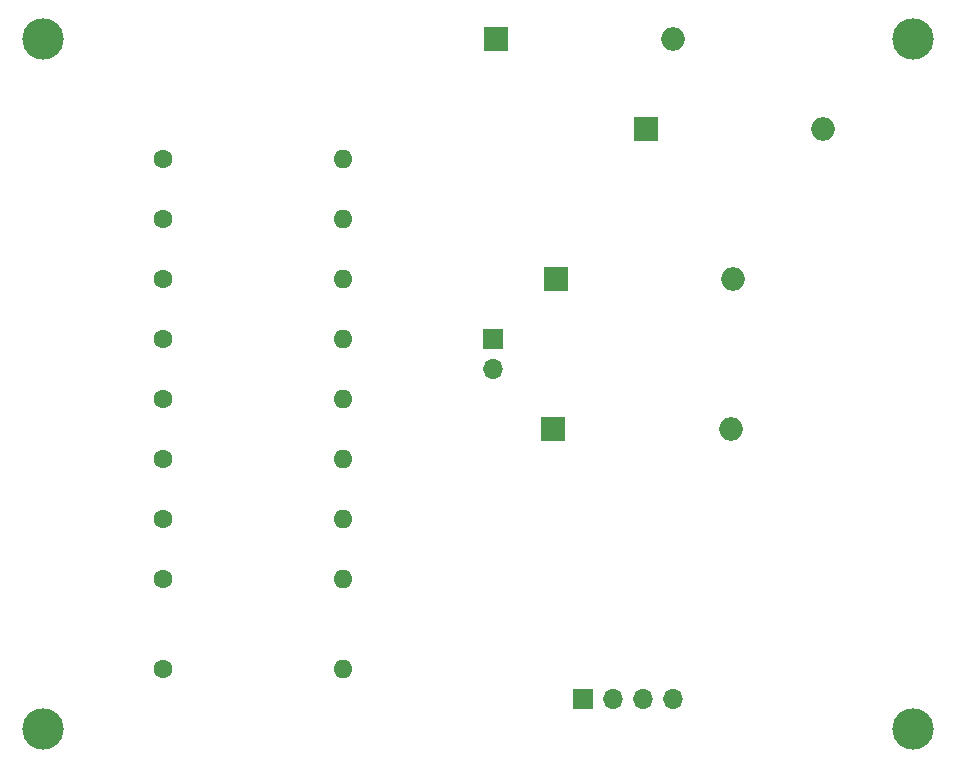
<source format=gbr>
%TF.GenerationSoftware,KiCad,Pcbnew,7.0.6*%
%TF.CreationDate,2023-07-25T19:52:03+05:30*%
%TF.ProjectId,class1_assignment,636c6173-7331-45f6-9173-7369676e6d65,rev?*%
%TF.SameCoordinates,Original*%
%TF.FileFunction,Soldermask,Bot*%
%TF.FilePolarity,Negative*%
%FSLAX46Y46*%
G04 Gerber Fmt 4.6, Leading zero omitted, Abs format (unit mm)*
G04 Created by KiCad (PCBNEW 7.0.6) date 2023-07-25 19:52:03*
%MOMM*%
%LPD*%
G01*
G04 APERTURE LIST*
%ADD10R,1.700000X1.700000*%
%ADD11O,1.700000X1.700000*%
%ADD12C,1.600000*%
%ADD13O,1.600000X1.600000*%
%ADD14C,3.500000*%
%ADD15R,2.000000X2.000000*%
%ADD16O,2.000000X2.000000*%
G04 APERTURE END LIST*
D10*
%TO.C,J2*%
X147320000Y-99060000D03*
D11*
X147320000Y-101600000D03*
%TD*%
D12*
%TO.C,R9*%
X119380000Y-127000000D03*
D13*
X134620000Y-127000000D03*
%TD*%
D12*
%TO.C,R8*%
X119380000Y-119380000D03*
D13*
X134620000Y-119380000D03*
%TD*%
D12*
%TO.C,R6*%
X119380000Y-109220000D03*
D13*
X134620000Y-109220000D03*
%TD*%
D12*
%TO.C,R4*%
X119380000Y-99060000D03*
D13*
X134620000Y-99060000D03*
%TD*%
D14*
%TO.C,H3*%
X109220000Y-132080000D03*
%TD*%
D12*
%TO.C,R3*%
X119380000Y-93980000D03*
D13*
X134620000Y-93980000D03*
%TD*%
D12*
%TO.C,R5*%
X119380000Y-104140000D03*
D13*
X134620000Y-104140000D03*
%TD*%
D12*
%TO.C,R7*%
X119380000Y-114300000D03*
D13*
X134620000Y-114300000D03*
%TD*%
D14*
%TO.C,H1*%
X109220000Y-73660000D03*
%TD*%
D12*
%TO.C,R2*%
X119380000Y-88900000D03*
D13*
X134620000Y-88900000D03*
%TD*%
D15*
%TO.C,C4*%
X152400000Y-106680000D03*
D16*
X167400000Y-106680000D03*
%TD*%
D15*
%TO.C,C1*%
X147560000Y-73660000D03*
D16*
X162560000Y-73660000D03*
%TD*%
D15*
%TO.C,C3*%
X152640000Y-93980000D03*
D16*
X167640000Y-93980000D03*
%TD*%
D15*
%TO.C,C2*%
X160260000Y-81280000D03*
D16*
X175260000Y-81280000D03*
%TD*%
D10*
%TO.C,J1*%
X154940000Y-129540000D03*
D11*
X157480000Y-129540000D03*
X160020000Y-129540000D03*
X162560000Y-129540000D03*
%TD*%
D12*
%TO.C,R1*%
X119380000Y-83820000D03*
D13*
X134620000Y-83820000D03*
%TD*%
D14*
%TO.C,H4*%
X182880000Y-132080000D03*
%TD*%
%TO.C,H2*%
X182880000Y-73660000D03*
%TD*%
M02*

</source>
